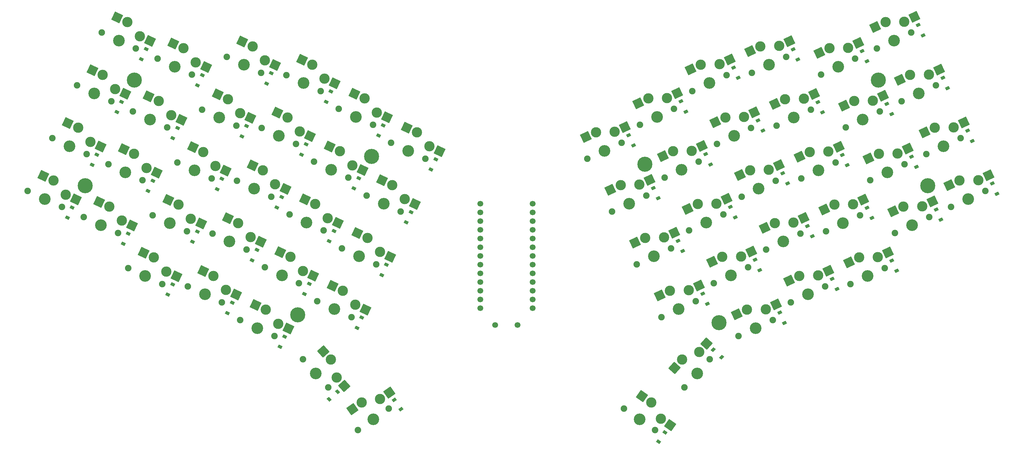
<source format=gbs>
%TF.GenerationSoftware,KiCad,Pcbnew,8.0.7*%
%TF.CreationDate,2024-12-23T04:42:48-05:00*%
%TF.ProjectId,choc,63686f63-2e6b-4696-9361-645f70636258,v1.0.0*%
%TF.SameCoordinates,Original*%
%TF.FileFunction,Soldermask,Bot*%
%TF.FilePolarity,Negative*%
%FSLAX46Y46*%
G04 Gerber Fmt 4.6, Leading zero omitted, Abs format (unit mm)*
G04 Created by KiCad (PCBNEW 8.0.7) date 2024-12-23 04:42:48*
%MOMM*%
%LPD*%
G01*
G04 APERTURE LIST*
G04 Aperture macros list*
%AMRotRect*
0 Rectangle, with rotation*
0 The origin of the aperture is its center*
0 $1 length*
0 $2 width*
0 $3 Rotation angle, in degrees counterclockwise*
0 Add horizontal line*
21,1,$1,$2,0,0,$3*%
G04 Aperture macros list end*
%ADD10C,0.700000*%
%ADD11C,4.400000*%
%ADD12C,1.700000*%
%ADD13C,1.900000*%
%ADD14C,3.000000*%
%ADD15C,3.400000*%
%ADD16RotRect,2.600000X2.600000X25.000000*%
%ADD17RotRect,0.900000X1.200000X115.000000*%
%ADD18RotRect,0.900000X1.200000X65.000000*%
%ADD19RotRect,2.600000X2.600000X335.000000*%
%ADD20RotRect,0.900000X1.200000X138.000000*%
%ADD21RotRect,0.900000X1.200000X55.000000*%
%ADD22RotRect,0.900000X1.200000X42.000000*%
%ADD23RotRect,2.600000X2.600000X325.000000*%
%ADD24RotRect,2.600000X2.600000X48.000000*%
%ADD25RotRect,0.900000X1.200000X125.000000*%
%ADD26RotRect,2.600000X2.600000X35.000000*%
%ADD27RotRect,2.600000X2.600000X312.000000*%
G04 APERTURE END LIST*
D10*
X272694739Y-177231620D03*
X272639655Y-175969968D03*
X273625817Y-178084794D03*
X274887469Y-178029710D03*
D11*
X274190149Y-176534300D03*
D10*
X273492829Y-175038890D03*
X274754481Y-174983806D03*
X275740643Y-177098632D03*
X275685559Y-175836980D03*
D12*
X219932598Y-141892014D03*
X219932597Y-144432014D03*
X219932599Y-146972014D03*
X219932598Y-149512014D03*
X219932598Y-152052016D03*
X219932598Y-154592014D03*
X219932595Y-157132013D03*
X219932598Y-159672016D03*
X219932599Y-162212015D03*
X219932599Y-164752015D03*
X219932598Y-167292015D03*
X219932598Y-169832017D03*
X219932598Y-172372014D03*
X204692598Y-172372016D03*
X204692599Y-169832016D03*
X204692597Y-167292016D03*
X204692598Y-164752016D03*
X204692598Y-162212014D03*
X204692598Y-159672016D03*
X204692601Y-157132017D03*
X204692598Y-154592014D03*
X204692597Y-152052015D03*
X204692597Y-149512015D03*
X204692598Y-146972015D03*
X204692598Y-144432013D03*
X204692598Y-141892016D03*
X209062591Y-177227013D03*
X215562591Y-177227017D03*
D10*
X319142390Y-106472409D03*
X319087306Y-105210757D03*
X320073468Y-107325583D03*
X321335120Y-107270499D03*
D11*
X320637800Y-105775089D03*
D10*
X319940480Y-104279679D03*
X321202132Y-104224595D03*
X322188294Y-106339421D03*
X322133210Y-105077769D03*
X102491981Y-105077766D03*
X102436898Y-106339418D03*
X103423059Y-104224593D03*
X104684711Y-104279676D03*
D11*
X103987391Y-105775086D03*
D10*
X103290071Y-107270496D03*
X104551723Y-107325579D03*
X105537884Y-105210754D03*
X105482801Y-106472406D03*
X149996175Y-173571213D03*
X149941092Y-174832865D03*
X150927253Y-172718040D03*
X152188905Y-172773123D03*
D11*
X151491585Y-174268533D03*
D10*
X150794265Y-175763943D03*
X152055917Y-175819026D03*
X153042078Y-173704201D03*
X152986995Y-174965853D03*
X88122959Y-135892232D03*
X88067876Y-137153884D03*
X89054037Y-135039059D03*
X90315689Y-135094142D03*
D11*
X89618369Y-136589552D03*
D10*
X88921049Y-138084962D03*
X90182701Y-138140045D03*
X91168862Y-136025220D03*
X91113779Y-137286872D03*
X171549704Y-127349515D03*
X171494621Y-128611167D03*
X172480782Y-126496342D03*
X173742434Y-126551425D03*
D11*
X173045114Y-128046835D03*
D10*
X172347794Y-129542245D03*
X173609446Y-129597328D03*
X174595607Y-127482503D03*
X174540524Y-128744155D03*
X251141208Y-131009920D03*
X251086124Y-129748268D03*
X252072286Y-131863094D03*
X253333938Y-131808010D03*
D11*
X252636618Y-130312600D03*
D10*
X251939298Y-128817190D03*
X253200950Y-128762106D03*
X254187112Y-130876932D03*
X254132028Y-129615280D03*
X333511411Y-137286872D03*
X333456327Y-136025220D03*
X334442489Y-138140046D03*
X335704141Y-138084962D03*
D11*
X335006821Y-136589552D03*
D10*
X334309501Y-135094142D03*
X335571153Y-135039058D03*
X336557315Y-137153884D03*
X336502231Y-135892232D03*
D13*
X258344402Y-134271279D03*
D14*
X260814517Y-126554351D03*
D15*
X263329095Y-131946881D03*
D14*
X266275815Y-126435135D03*
D13*
X268313788Y-129622483D03*
D16*
X257846357Y-127938426D03*
X269243974Y-125051062D03*
D17*
X293290956Y-176619976D03*
X291896316Y-173629156D03*
X347979662Y-123533766D03*
X346585022Y-120542946D03*
X286106447Y-161212747D03*
X284711807Y-158221927D03*
D13*
X325457611Y-150421126D03*
D14*
X327927726Y-142704198D03*
D15*
X330442304Y-148096728D03*
D14*
X333389024Y-142584982D03*
D13*
X335426997Y-145772330D03*
D16*
X324959566Y-144088273D03*
X336357183Y-141200909D03*
D13*
X283786976Y-103649793D03*
D14*
X286257091Y-95932865D03*
D15*
X288771669Y-101325395D03*
D14*
X291718389Y-95813649D03*
D13*
X293756362Y-99000997D03*
D16*
X283288931Y-97316940D03*
X294686548Y-94429576D03*
D18*
X138261142Y-158334178D03*
X139655782Y-155343358D03*
D13*
X265528918Y-149678512D03*
D14*
X267999033Y-141961584D03*
D15*
X270513611Y-147354114D03*
D14*
X273460331Y-141842368D03*
D13*
X275498304Y-145029716D03*
D16*
X265030873Y-143345659D03*
X276428490Y-140458295D03*
D13*
X243087410Y-144144178D03*
D14*
X245557525Y-136427250D03*
D15*
X248072103Y-141819780D03*
D14*
X251018823Y-136308034D03*
D13*
X253056796Y-139495382D03*
D16*
X242589365Y-137811325D03*
X253986982Y-134923961D03*
D13*
X164383877Y-154902615D03*
D14*
X171883148Y-151834483D03*
D15*
X169368570Y-157227013D03*
D14*
X175484927Y-155941451D03*
D13*
X174353263Y-159551411D03*
D19*
X168914991Y-150450408D03*
X178453086Y-157325526D03*
D17*
X286994421Y-120525385D03*
X285599781Y-117534565D03*
X308547950Y-166747080D03*
X307153310Y-163756260D03*
D13*
X266416893Y-108991151D03*
D14*
X268887008Y-101274223D03*
D15*
X271401586Y-106666753D03*
D14*
X274348306Y-101155007D03*
D13*
X276386279Y-104342355D03*
D16*
X265918848Y-102658298D03*
X277316465Y-99770934D03*
D18*
X146333625Y-183614312D03*
X147728265Y-180623492D03*
D13*
X102130787Y-160629924D03*
D14*
X109630058Y-157561792D03*
D15*
X107115480Y-162954322D03*
D14*
X113231837Y-161668760D03*
D13*
X112100173Y-165278720D03*
D19*
X106661901Y-156177717D03*
X116199996Y-163052835D03*
D13*
X312525020Y-165278722D03*
D14*
X314995135Y-157561794D03*
D15*
X317509713Y-162954324D03*
D14*
X320456433Y-157442578D03*
D13*
X322494406Y-160629926D03*
D16*
X312026975Y-158945869D03*
X323424592Y-156058505D03*
D13*
X148238911Y-104342355D03*
D14*
X155738182Y-101274223D03*
D15*
X153223604Y-106666753D03*
D14*
X159339961Y-105381191D03*
D13*
X158208297Y-108991151D03*
D19*
X152770025Y-99890148D03*
X162308120Y-106765266D03*
D13*
X178752902Y-124088156D03*
D14*
X186252173Y-121020024D03*
D15*
X183737595Y-126412554D03*
D14*
X189853952Y-125126992D03*
D13*
X188722288Y-128736952D03*
D19*
X183284016Y-119635949D03*
X192822111Y-126511067D03*
D17*
X355164175Y-138940999D03*
X353769535Y-135950179D03*
X338850635Y-146548130D03*
X337455995Y-143557310D03*
D13*
X298155999Y-134464253D03*
D14*
X300626114Y-126747325D03*
D15*
X303140692Y-132139855D03*
D14*
X306087412Y-126628109D03*
D13*
X308125385Y-129815457D03*
D16*
X297657954Y-128131400D03*
X309055571Y-125244036D03*
D13*
X80069157Y-122757975D03*
D14*
X87568428Y-119689843D03*
D15*
X85053850Y-125082373D03*
D14*
X91170207Y-123796811D03*
D13*
X90038543Y-127406771D03*
D19*
X84600271Y-118305768D03*
X94138366Y-125180886D03*
D13*
X116499809Y-129815456D03*
D14*
X123999080Y-126747324D03*
D15*
X121484502Y-132139854D03*
D14*
X127600859Y-130854292D03*
D13*
X126469195Y-134464252D03*
D19*
X121030923Y-125363249D03*
X130569018Y-132238367D03*
D13*
X280785908Y-139805618D03*
D14*
X283256023Y-132088690D03*
D15*
X285770601Y-137481220D03*
D14*
X288717321Y-131969474D03*
D13*
X290755294Y-135156822D03*
D16*
X280287863Y-133472765D03*
X291685480Y-130585401D03*
D18*
X153518143Y-168207080D03*
X154912783Y-165216260D03*
D13*
X251159895Y-118864050D03*
D14*
X253630010Y-111147122D03*
D15*
X256144588Y-116539652D03*
D14*
X259091308Y-111027906D03*
D13*
X261129281Y-114215254D03*
D16*
X250661850Y-112531197D03*
X262059467Y-109643833D03*
D13*
X133869887Y-135156822D03*
D14*
X141369158Y-132088690D03*
D15*
X138854580Y-137481220D03*
D14*
X144970937Y-136195658D03*
D13*
X143839273Y-139805618D03*
D19*
X138401001Y-130704615D03*
X147939096Y-137579733D03*
D18*
X107958464Y-138135230D03*
X109353104Y-135144410D03*
D13*
X119500872Y-165971285D03*
D14*
X127000143Y-162903153D03*
D15*
X124485565Y-168295683D03*
D14*
X130601922Y-167010121D03*
D13*
X129470258Y-170620081D03*
D19*
X124031986Y-161519078D03*
X133570081Y-168394196D03*
D13*
X89198189Y-145772334D03*
D14*
X96697460Y-142704202D03*
D15*
X94182882Y-148096732D03*
D14*
X100299239Y-146811170D03*
D13*
X99167575Y-150421130D03*
D19*
X93729303Y-141320127D03*
X103267398Y-148195245D03*
D18*
X142444587Y-106771126D03*
X143839227Y-103780306D03*
X128075564Y-137585591D03*
X129470204Y-134594771D03*
D13*
X123684319Y-114408226D03*
D14*
X131183590Y-111340094D03*
D15*
X128669012Y-116732624D03*
D14*
X134785369Y-115447062D03*
D13*
X133653705Y-119057022D03*
D19*
X128215433Y-109956019D03*
X137753528Y-116831137D03*
D13*
X72884652Y-138165202D03*
D14*
X80383923Y-135097070D03*
D15*
X77869345Y-140489600D03*
D14*
X83985702Y-139204038D03*
D13*
X82854038Y-142813998D03*
D19*
X77415766Y-133712995D03*
X86953861Y-140588113D03*
D17*
X297179992Y-99776789D03*
X295785352Y-96785969D03*
D18*
X145445652Y-142926950D03*
X146840292Y-139936130D03*
X167887160Y-137392610D03*
X169281800Y-134401790D03*
X168775133Y-178079974D03*
X170169773Y-175089154D03*
X190328665Y-131858280D03*
X191723305Y-128867460D03*
D13*
X134757869Y-175844185D03*
D14*
X142257140Y-172776053D03*
D15*
X139742562Y-178168583D03*
D14*
X145858919Y-176883021D03*
D13*
X144727255Y-180492981D03*
D19*
X139288983Y-171391978D03*
X148827078Y-178267096D03*
D17*
X279809910Y-105118152D03*
X278415270Y-102127332D03*
D13*
X149126885Y-145029719D03*
D14*
X156626156Y-141961587D03*
D15*
X154111578Y-147354117D03*
D14*
X160227935Y-146068555D03*
D13*
X159096271Y-149678515D03*
D19*
X153657999Y-140577512D03*
X163196094Y-147452630D03*
D13*
X87253674Y-107350741D03*
D14*
X94752945Y-104282609D03*
D15*
X92238367Y-109675139D03*
D14*
X98354724Y-108389577D03*
D13*
X97223060Y-111999537D03*
D19*
X91784788Y-102898534D03*
X101322883Y-109773652D03*
D13*
X141942378Y-160436956D03*
D14*
X149441649Y-157368824D03*
D15*
X146927071Y-162761354D03*
D14*
X153043428Y-161475792D03*
D13*
X151911764Y-165085752D03*
D19*
X146473492Y-155984749D03*
X156011587Y-162859867D03*
D17*
X340795151Y-108126541D03*
X339400511Y-105135721D03*
X249295924Y-124863948D03*
X247901284Y-121873128D03*
X333610642Y-92719305D03*
X332216002Y-89728485D03*
D20*
X274992429Y-186637637D03*
X272540049Y-184429505D03*
D13*
X257456431Y-174958643D03*
D14*
X259926546Y-167241715D03*
D15*
X262441124Y-172634245D03*
D14*
X265387844Y-167122499D03*
D13*
X267425817Y-170309847D03*
D16*
X256958386Y-168625790D03*
X268356003Y-165738426D03*
D13*
X341771151Y-142814006D03*
D14*
X344241266Y-135097078D03*
D15*
X346755844Y-140489608D03*
D14*
X349702564Y-134977862D03*
D13*
X351740537Y-138165210D03*
D16*
X341273106Y-136481153D03*
X352670723Y-133593789D03*
D13*
X320217625Y-96592305D03*
D14*
X322687740Y-88875377D03*
D15*
X325202318Y-94267907D03*
D14*
X328149038Y-88756161D03*
D13*
X330187011Y-91943509D03*
D16*
X319719580Y-90259452D03*
X331117197Y-87372088D03*
D13*
X156311397Y-129622483D03*
D14*
X163810668Y-126554351D03*
D15*
X161296090Y-131946881D03*
D14*
X167412447Y-130661319D03*
D13*
X166280783Y-134271279D03*
D19*
X160842511Y-125170276D03*
X170380606Y-132045394D03*
D17*
X271737429Y-130398279D03*
X270342789Y-127407459D03*
X331666121Y-131140898D03*
X330271481Y-128150078D03*
D13*
X327402131Y-111999541D03*
D14*
X329872246Y-104282613D03*
D15*
X332386824Y-109675143D03*
D14*
X335333544Y-104163397D03*
D13*
X337371517Y-107350745D03*
D16*
X326904086Y-105666688D03*
X338301703Y-102779324D03*
D13*
X279897944Y-180492977D03*
D14*
X282368059Y-172776049D03*
D15*
X284882637Y-178168579D03*
D14*
X287829357Y-172656833D03*
D13*
X289867330Y-175844181D03*
D16*
X279399899Y-174160124D03*
X290797516Y-171272760D03*
D13*
X318273107Y-135013898D03*
D14*
X320743222Y-127296970D03*
D15*
X323257800Y-132689500D03*
D14*
X326204520Y-127177754D03*
D13*
X328242493Y-130365102D03*
D16*
X317775062Y-128681045D03*
X329172679Y-125793681D03*
D21*
X256616324Y-211268761D03*
X258509126Y-208565561D03*
D13*
X96382703Y-130365102D03*
D14*
X103881974Y-127296970D03*
D15*
X101367396Y-132689500D03*
D14*
X107483753Y-131403938D03*
D13*
X106352089Y-135013898D03*
D19*
X100913817Y-125912895D03*
X110451912Y-132788013D03*
D18*
X115142979Y-122727999D03*
X116537619Y-119737179D03*
X98829435Y-115120868D03*
X100224075Y-112130048D03*
D17*
X256480429Y-140271180D03*
X255085789Y-137280360D03*
D22*
X160706879Y-198936684D03*
X163159261Y-196728552D03*
D13*
X303904082Y-104199431D03*
D14*
X306374197Y-96482503D03*
D15*
X308888775Y-101875033D03*
D14*
X311835495Y-96363287D03*
D13*
X313873468Y-99550635D03*
D16*
X303406037Y-97866578D03*
X314803654Y-94979214D03*
D17*
X311549015Y-130591255D03*
X310154375Y-127600435D03*
X318733530Y-145998490D03*
X317338890Y-143007670D03*
D18*
X175071672Y-121985379D03*
X176466312Y-118994559D03*
D13*
X246565698Y-201606569D03*
D14*
X254483813Y-199887282D03*
D15*
X251071033Y-204761238D03*
D14*
X257317704Y-204557299D03*
D13*
X255576368Y-207915907D03*
D23*
X251801091Y-198008821D03*
X260000426Y-206435763D03*
D13*
X250271925Y-159551413D03*
D14*
X252742040Y-151834485D03*
D15*
X255256618Y-157227015D03*
D14*
X258203338Y-151715269D03*
D13*
X260241311Y-154902617D03*
D16*
X249773880Y-153218560D03*
X261171497Y-150331196D03*
D18*
X135260077Y-122178356D03*
X136654717Y-119187536D03*
D17*
X278921939Y-145805511D03*
X277527299Y-142814691D03*
D18*
X159814675Y-112112481D03*
X161209315Y-109121661D03*
X152630160Y-127519714D03*
X154024800Y-124528894D03*
X120891051Y-152992826D03*
X122285691Y-150002006D03*
D13*
X235902899Y-128736947D03*
D14*
X238373014Y-121020019D03*
D15*
X240887592Y-126412549D03*
D14*
X243834312Y-120900803D03*
D13*
X245872285Y-124088151D03*
D16*
X235404854Y-122404094D03*
X246802471Y-119516730D03*
D13*
X94438180Y-91943507D03*
D14*
X101937451Y-88875375D03*
D15*
X99422873Y-94267905D03*
D14*
X105539230Y-92982343D03*
D13*
X104407566Y-96592303D03*
D19*
X98969294Y-87491300D03*
X108507389Y-94366418D03*
D18*
X122327484Y-107320765D03*
X123722124Y-104329945D03*
D13*
X295154934Y-170620079D03*
D14*
X297625049Y-162903151D03*
D15*
X300139627Y-168295681D03*
D14*
X303086347Y-162783935D03*
D13*
X305124320Y-165971283D03*
D16*
X294656889Y-164287226D03*
X306054506Y-161399862D03*
D18*
X113706546Y-168400054D03*
X115101186Y-165409234D03*
D17*
X317297103Y-100326431D03*
X315902463Y-97335611D03*
D13*
X103567210Y-114957869D03*
D14*
X111066481Y-111889737D03*
D15*
X108551903Y-117282267D03*
D14*
X114668260Y-115996705D03*
D13*
X113536596Y-119606665D03*
D19*
X108098324Y-110505662D03*
X117636419Y-117380780D03*
D13*
X290971492Y-119057028D03*
D14*
X293441607Y-111340100D03*
D15*
X295956185Y-116732630D03*
D14*
X298902905Y-111220884D03*
D13*
X300940878Y-114408232D03*
D16*
X290473447Y-112724175D03*
X301871064Y-109836811D03*
D17*
X324481613Y-115733668D03*
X323086973Y-112742848D03*
D13*
X163495904Y-114215251D03*
D14*
X170995175Y-111147119D03*
D15*
X168480597Y-116539649D03*
D14*
X174596954Y-115254087D03*
D13*
X173465290Y-118864047D03*
D19*
X168027018Y-109763044D03*
X177565113Y-116638162D03*
D13*
X287970425Y-155212847D03*
D14*
X290440540Y-147495919D03*
D15*
X292955118Y-152888449D03*
D14*
X295901838Y-147376703D03*
D13*
X297939811Y-150564051D03*
D16*
X287472380Y-148879994D03*
X298869997Y-145992630D03*
D13*
X126685385Y-150564050D03*
D14*
X134184656Y-147495918D03*
D15*
X131670078Y-152888448D03*
D14*
X137786435Y-151602886D03*
D13*
X136654771Y-155212846D03*
D19*
X131216499Y-146111843D03*
X140754594Y-152986961D03*
D13*
X334586645Y-127406767D03*
D14*
X337056760Y-119689839D03*
D15*
X339571338Y-125082369D03*
D14*
X342518058Y-119570623D03*
D13*
X344556031Y-122757971D03*
D16*
X334088600Y-121073914D03*
X345486217Y-118186550D03*
D17*
X270849452Y-171085646D03*
X269454812Y-168094826D03*
D13*
X264177389Y-195435823D03*
D14*
X263435897Y-187367201D03*
D15*
X267857609Y-191348527D03*
D14*
X268416468Y-185123565D03*
D13*
X271537829Y-187261231D03*
D24*
X261244492Y-189801000D03*
X270607873Y-182689764D03*
D13*
X305340509Y-149871491D03*
D14*
X307810624Y-142154563D03*
D15*
X310325202Y-147547093D03*
D14*
X313271922Y-142035347D03*
D13*
X315309895Y-145222695D03*
D16*
X304842464Y-143538638D03*
X316240081Y-140651274D03*
D17*
X301363440Y-151339850D03*
X299968800Y-148349030D03*
D18*
X160702649Y-152799847D03*
X162097289Y-149809027D03*
X131076633Y-173741411D03*
X132471273Y-170750591D03*
D25*
X181565836Y-201776072D03*
X179673030Y-199072870D03*
D18*
X175959643Y-162672742D03*
X177354283Y-159681922D03*
D17*
X264552916Y-114991048D03*
X263158276Y-112000228D03*
D13*
X130868828Y-99000995D03*
D14*
X138368099Y-95932863D03*
D15*
X135853521Y-101325393D03*
D14*
X141969878Y-100039831D03*
D13*
X140838214Y-103649791D03*
D19*
X135399942Y-94548788D03*
X144938037Y-101423906D03*
D17*
X304364507Y-115184027D03*
X302969867Y-112193207D03*
D13*
X169048825Y-207915911D03*
D15*
X173554160Y-204761242D03*
D14*
X170141380Y-199887286D03*
X175499008Y-198821539D03*
D13*
X178059495Y-201606573D03*
D26*
X167458660Y-201765751D03*
X178181732Y-196943077D03*
D17*
X263664946Y-155678411D03*
X262270306Y-152687591D03*
X294178931Y-135932618D03*
X292784291Y-132941798D03*
D13*
X110751723Y-99550636D03*
D14*
X118250994Y-96482504D03*
D15*
X115736416Y-101875034D03*
D14*
X121852773Y-100589472D03*
D13*
X120721109Y-104199432D03*
D19*
X115282837Y-95098429D03*
X124820932Y-101973547D03*
D18*
X91644921Y-130528101D03*
X93039561Y-127537281D03*
D13*
X272713428Y-165085743D03*
D14*
X275183543Y-157368815D03*
D15*
X277698121Y-162761345D03*
D14*
X280644841Y-157249599D03*
D13*
X282682814Y-160436947D03*
D16*
X272215383Y-158752890D03*
X283613000Y-155865526D03*
D17*
X325918036Y-161405721D03*
X324523396Y-158414901D03*
D18*
X100773954Y-153542463D03*
X102168594Y-150551643D03*
X183144151Y-147265507D03*
X184538791Y-144274687D03*
D13*
X141054406Y-119749590D03*
D14*
X148553677Y-116681458D03*
D15*
X146039099Y-122073988D03*
D14*
X152155456Y-120788426D03*
D13*
X151023792Y-124398386D03*
D19*
X145585520Y-115297383D03*
X155123615Y-122172501D03*
D18*
X106013945Y-99713641D03*
X107408585Y-96722821D03*
D13*
X273601403Y-124398382D03*
D14*
X276071518Y-116681454D03*
D15*
X278586096Y-122073984D03*
D14*
X281532816Y-116562238D03*
D13*
X283570789Y-119749586D03*
D16*
X273103358Y-118065529D03*
X284500975Y-115178165D03*
D13*
X171568388Y-139495381D03*
D14*
X179067659Y-136427249D03*
D15*
X176553081Y-141819779D03*
D14*
X182669438Y-140534217D03*
D13*
X181537774Y-144144177D03*
D19*
X176099502Y-135043174D03*
X185637597Y-141918292D03*
D13*
X109315298Y-145222692D03*
D14*
X116814569Y-142154560D03*
D15*
X114299991Y-147547090D03*
D14*
X120416348Y-146261528D03*
D13*
X119284684Y-149871488D03*
D19*
X113846412Y-140770485D03*
X123384507Y-147645603D03*
D13*
X311088590Y-119606665D03*
D14*
X313558705Y-111889737D03*
D15*
X316073283Y-117282267D03*
D14*
X319020003Y-111770521D03*
D13*
X321057976Y-114957869D03*
D16*
X310590545Y-113273812D03*
X321988162Y-110386448D03*
D13*
X157199366Y-170309848D03*
D14*
X164698637Y-167241716D03*
D15*
X162184059Y-172634246D03*
D14*
X168300416Y-171348684D03*
D13*
X167168752Y-174958644D03*
D19*
X161730480Y-165857641D03*
X171268575Y-172732759D03*
D18*
X84460412Y-145935336D03*
X85855052Y-142944516D03*
D13*
X153087366Y-187261230D03*
D14*
X161189295Y-187367202D03*
D15*
X156767586Y-191348527D03*
D14*
X162900031Y-192555012D03*
D13*
X160447806Y-195435824D03*
D27*
X158997894Y-184933403D03*
X165091437Y-194988811D03*
M02*

</source>
